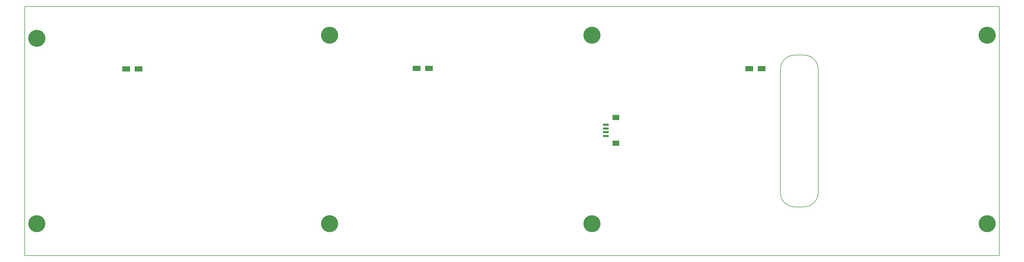
<source format=gbs>
G04*
G04 #@! TF.GenerationSoftware,Altium Limited,Altium Designer,18.1.11 (251)*
G04*
G04 Layer_Color=16711935*
%FSLAX44Y44*%
%MOMM*%
G71*
G01*
G75*
%ADD10C,0.2000*%
%ADD15C,5.6016*%
%ADD21R,2.6016X1.8016*%
%ADD22R,2.3016X1.7016*%
%ADD23R,1.9016X0.8016*%
D10*
X2684900Y407100D02*
G03*
X2732000Y360000I47099J-1D01*
G01*
X2732000Y860000D02*
G03*
X2684900Y812900I-1J-47098D01*
G01*
X2809500Y812501D02*
G03*
X2762000Y860000I-47593J-94D01*
G01*
X2762000Y360000D02*
G03*
X2809500Y407500I0J47500D01*
G01*
X2732000Y360000D02*
X2762000Y360000D01*
X2684900Y812900D02*
X2684900Y407100D01*
X2732000Y860000D02*
X2762000Y860000D01*
X2809500Y812501D02*
X2809500Y407500D01*
X200000Y200000D02*
Y1020000D01*
X3405000D01*
Y200000D02*
Y1020000D01*
X200000Y200000D02*
X3405000D01*
D15*
X3365000Y925000D02*
D03*
Y305000D02*
D03*
X2065000D02*
D03*
Y925000D02*
D03*
X1202500D02*
D03*
Y305000D02*
D03*
X240000D02*
D03*
Y915000D02*
D03*
D21*
X2583000Y815000D02*
D03*
X2623000D02*
D03*
X1489000Y816000D02*
D03*
X1529000D02*
D03*
X534000Y814000D02*
D03*
X574000D02*
D03*
D22*
X2144442Y654139D02*
D03*
Y569639D02*
D03*
D23*
X2111442Y593139D02*
D03*
Y605639D02*
D03*
Y630639D02*
D03*
Y618139D02*
D03*
M02*

</source>
